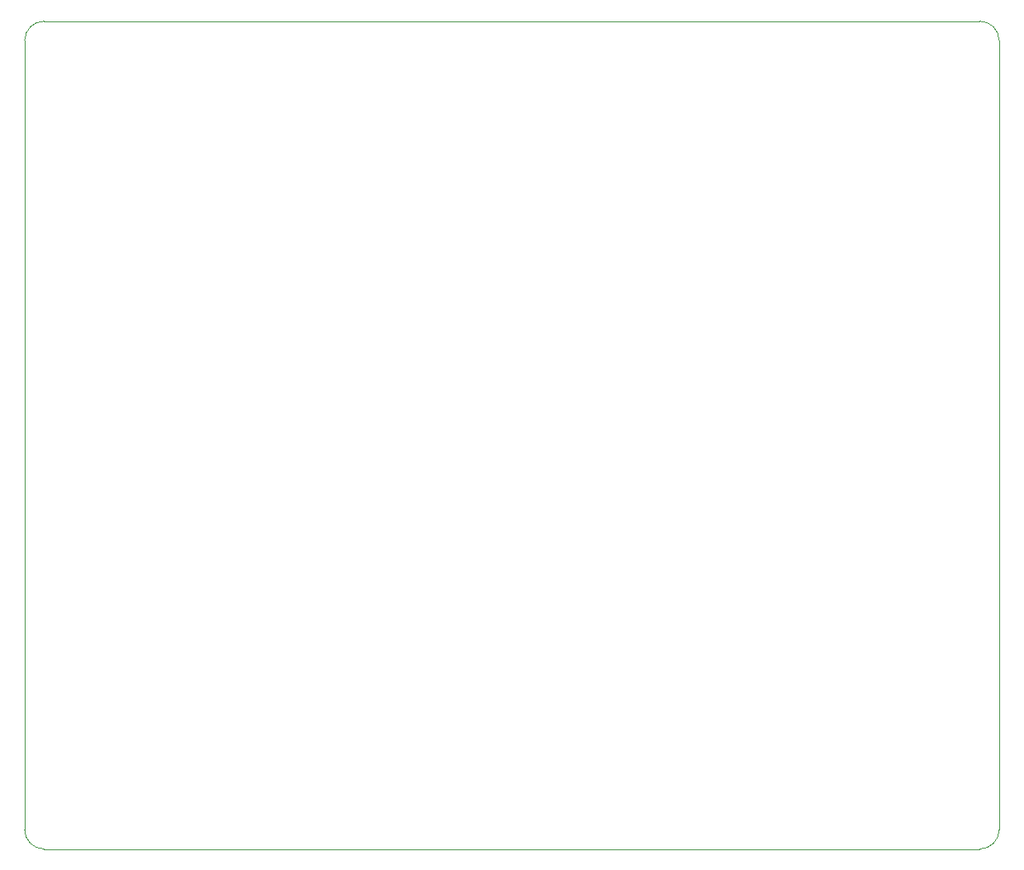
<source format=gbr>
%TF.GenerationSoftware,KiCad,Pcbnew,7.0.1*%
%TF.CreationDate,2023-05-03T11:58:35+03:00*%
%TF.ProjectId,damlama,64616d6c-616d-4612-9e6b-696361645f70,rev?*%
%TF.SameCoordinates,Original*%
%TF.FileFunction,Profile,NP*%
%FSLAX46Y46*%
G04 Gerber Fmt 4.6, Leading zero omitted, Abs format (unit mm)*
G04 Created by KiCad (PCBNEW 7.0.1) date 2023-05-03 11:58:35*
%MOMM*%
%LPD*%
G01*
G04 APERTURE LIST*
%TA.AperFunction,Profile*%
%ADD10C,0.050000*%
%TD*%
G04 APERTURE END LIST*
D10*
X178000000Y-140000000D02*
X82000000Y-140000000D01*
X178000000Y-140000000D02*
G75*
G03*
X180000000Y-138000000I0J2000000D01*
G01*
X80000000Y-138000000D02*
X80000000Y-57000000D01*
X82000000Y-55000000D02*
G75*
G03*
X80000000Y-57000000I0J-2000000D01*
G01*
X82000000Y-55000000D02*
X178000000Y-55000000D01*
X180000000Y-57000000D02*
X180000000Y-138000000D01*
X180000000Y-57000000D02*
G75*
G03*
X178000000Y-55000000I-2000000J0D01*
G01*
X80000000Y-138000000D02*
G75*
G03*
X82000000Y-140000000I2000000J0D01*
G01*
M02*

</source>
